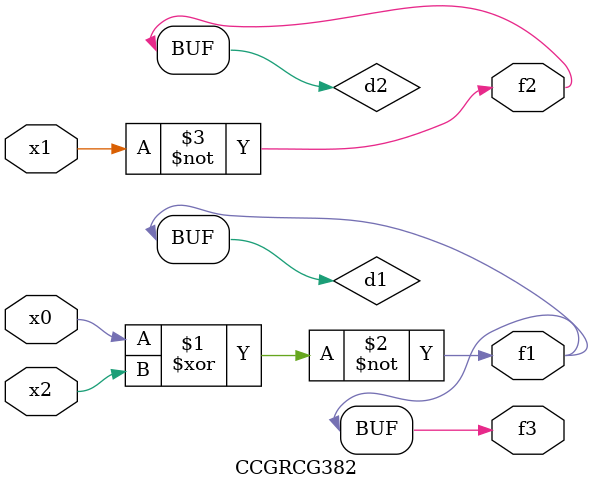
<source format=v>
module CCGRCG382(
	input x0, x1, x2,
	output f1, f2, f3
);

	wire d1, d2, d3;

	xnor (d1, x0, x2);
	nand (d2, x1);
	nor (d3, x1, x2);
	assign f1 = d1;
	assign f2 = d2;
	assign f3 = d1;
endmodule

</source>
